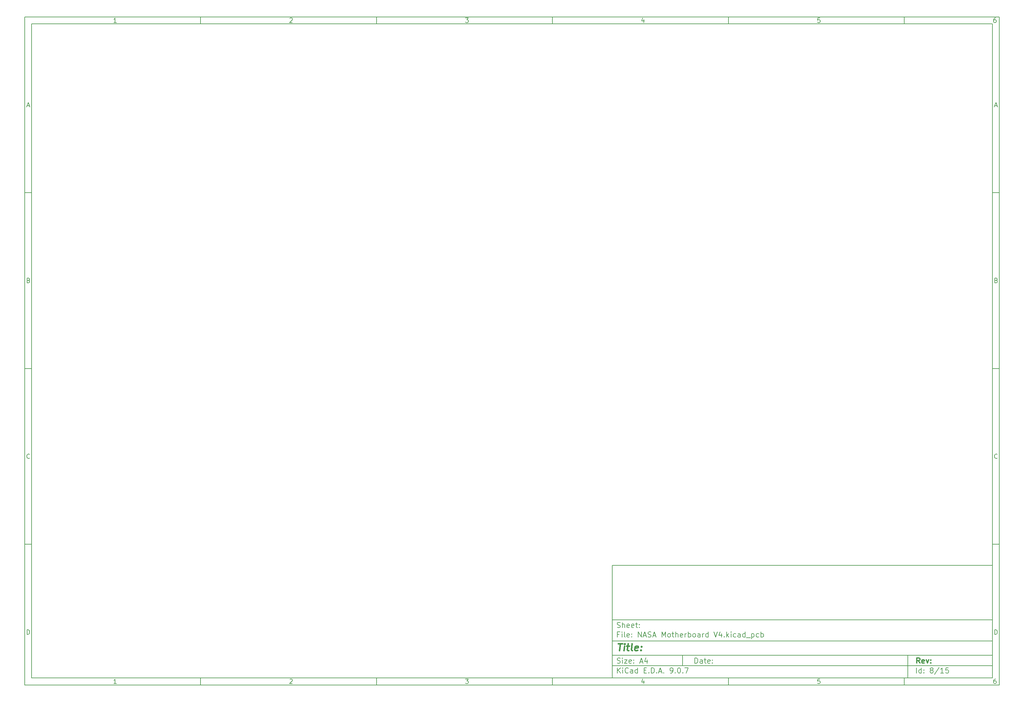
<source format=gbr>
%TF.GenerationSoftware,KiCad,Pcbnew,9.0.7*%
%TF.CreationDate,2026-02-04T11:21:36-05:00*%
%TF.ProjectId,NASA Motherboard V4,4e415341-204d-46f7-9468-6572626f6172,rev?*%
%TF.SameCoordinates,Original*%
%TF.FileFunction,Glue,Bot*%
%TF.FilePolarity,Positive*%
%FSLAX46Y46*%
G04 Gerber Fmt 4.6, Leading zero omitted, Abs format (unit mm)*
G04 Created by KiCad (PCBNEW 9.0.7) date 2026-02-04 11:21:36*
%MOMM*%
%LPD*%
G01*
G04 APERTURE LIST*
%ADD10C,0.100000*%
%ADD11C,0.150000*%
%ADD12C,0.300000*%
%ADD13C,0.400000*%
G04 APERTURE END LIST*
D10*
D11*
X177002200Y-166007200D02*
X285002200Y-166007200D01*
X285002200Y-198007200D01*
X177002200Y-198007200D01*
X177002200Y-166007200D01*
D10*
D11*
X10000000Y-10000000D02*
X287002200Y-10000000D01*
X287002200Y-200007200D01*
X10000000Y-200007200D01*
X10000000Y-10000000D01*
D10*
D11*
X12000000Y-12000000D02*
X285002200Y-12000000D01*
X285002200Y-198007200D01*
X12000000Y-198007200D01*
X12000000Y-12000000D01*
D10*
D11*
X60000000Y-12000000D02*
X60000000Y-10000000D01*
D10*
D11*
X110000000Y-12000000D02*
X110000000Y-10000000D01*
D10*
D11*
X160000000Y-12000000D02*
X160000000Y-10000000D01*
D10*
D11*
X210000000Y-12000000D02*
X210000000Y-10000000D01*
D10*
D11*
X260000000Y-12000000D02*
X260000000Y-10000000D01*
D10*
D11*
X36089160Y-11593604D02*
X35346303Y-11593604D01*
X35717731Y-11593604D02*
X35717731Y-10293604D01*
X35717731Y-10293604D02*
X35593922Y-10479319D01*
X35593922Y-10479319D02*
X35470112Y-10603128D01*
X35470112Y-10603128D02*
X35346303Y-10665033D01*
D10*
D11*
X85346303Y-10417414D02*
X85408207Y-10355509D01*
X85408207Y-10355509D02*
X85532017Y-10293604D01*
X85532017Y-10293604D02*
X85841541Y-10293604D01*
X85841541Y-10293604D02*
X85965350Y-10355509D01*
X85965350Y-10355509D02*
X86027255Y-10417414D01*
X86027255Y-10417414D02*
X86089160Y-10541223D01*
X86089160Y-10541223D02*
X86089160Y-10665033D01*
X86089160Y-10665033D02*
X86027255Y-10850747D01*
X86027255Y-10850747D02*
X85284398Y-11593604D01*
X85284398Y-11593604D02*
X86089160Y-11593604D01*
D10*
D11*
X135284398Y-10293604D02*
X136089160Y-10293604D01*
X136089160Y-10293604D02*
X135655826Y-10788842D01*
X135655826Y-10788842D02*
X135841541Y-10788842D01*
X135841541Y-10788842D02*
X135965350Y-10850747D01*
X135965350Y-10850747D02*
X136027255Y-10912652D01*
X136027255Y-10912652D02*
X136089160Y-11036461D01*
X136089160Y-11036461D02*
X136089160Y-11345985D01*
X136089160Y-11345985D02*
X136027255Y-11469795D01*
X136027255Y-11469795D02*
X135965350Y-11531700D01*
X135965350Y-11531700D02*
X135841541Y-11593604D01*
X135841541Y-11593604D02*
X135470112Y-11593604D01*
X135470112Y-11593604D02*
X135346303Y-11531700D01*
X135346303Y-11531700D02*
X135284398Y-11469795D01*
D10*
D11*
X185965350Y-10726938D02*
X185965350Y-11593604D01*
X185655826Y-10231700D02*
X185346303Y-11160271D01*
X185346303Y-11160271D02*
X186151064Y-11160271D01*
D10*
D11*
X236027255Y-10293604D02*
X235408207Y-10293604D01*
X235408207Y-10293604D02*
X235346303Y-10912652D01*
X235346303Y-10912652D02*
X235408207Y-10850747D01*
X235408207Y-10850747D02*
X235532017Y-10788842D01*
X235532017Y-10788842D02*
X235841541Y-10788842D01*
X235841541Y-10788842D02*
X235965350Y-10850747D01*
X235965350Y-10850747D02*
X236027255Y-10912652D01*
X236027255Y-10912652D02*
X236089160Y-11036461D01*
X236089160Y-11036461D02*
X236089160Y-11345985D01*
X236089160Y-11345985D02*
X236027255Y-11469795D01*
X236027255Y-11469795D02*
X235965350Y-11531700D01*
X235965350Y-11531700D02*
X235841541Y-11593604D01*
X235841541Y-11593604D02*
X235532017Y-11593604D01*
X235532017Y-11593604D02*
X235408207Y-11531700D01*
X235408207Y-11531700D02*
X235346303Y-11469795D01*
D10*
D11*
X285965350Y-10293604D02*
X285717731Y-10293604D01*
X285717731Y-10293604D02*
X285593922Y-10355509D01*
X285593922Y-10355509D02*
X285532017Y-10417414D01*
X285532017Y-10417414D02*
X285408207Y-10603128D01*
X285408207Y-10603128D02*
X285346303Y-10850747D01*
X285346303Y-10850747D02*
X285346303Y-11345985D01*
X285346303Y-11345985D02*
X285408207Y-11469795D01*
X285408207Y-11469795D02*
X285470112Y-11531700D01*
X285470112Y-11531700D02*
X285593922Y-11593604D01*
X285593922Y-11593604D02*
X285841541Y-11593604D01*
X285841541Y-11593604D02*
X285965350Y-11531700D01*
X285965350Y-11531700D02*
X286027255Y-11469795D01*
X286027255Y-11469795D02*
X286089160Y-11345985D01*
X286089160Y-11345985D02*
X286089160Y-11036461D01*
X286089160Y-11036461D02*
X286027255Y-10912652D01*
X286027255Y-10912652D02*
X285965350Y-10850747D01*
X285965350Y-10850747D02*
X285841541Y-10788842D01*
X285841541Y-10788842D02*
X285593922Y-10788842D01*
X285593922Y-10788842D02*
X285470112Y-10850747D01*
X285470112Y-10850747D02*
X285408207Y-10912652D01*
X285408207Y-10912652D02*
X285346303Y-11036461D01*
D10*
D11*
X60000000Y-198007200D02*
X60000000Y-200007200D01*
D10*
D11*
X110000000Y-198007200D02*
X110000000Y-200007200D01*
D10*
D11*
X160000000Y-198007200D02*
X160000000Y-200007200D01*
D10*
D11*
X210000000Y-198007200D02*
X210000000Y-200007200D01*
D10*
D11*
X260000000Y-198007200D02*
X260000000Y-200007200D01*
D10*
D11*
X36089160Y-199600804D02*
X35346303Y-199600804D01*
X35717731Y-199600804D02*
X35717731Y-198300804D01*
X35717731Y-198300804D02*
X35593922Y-198486519D01*
X35593922Y-198486519D02*
X35470112Y-198610328D01*
X35470112Y-198610328D02*
X35346303Y-198672233D01*
D10*
D11*
X85346303Y-198424614D02*
X85408207Y-198362709D01*
X85408207Y-198362709D02*
X85532017Y-198300804D01*
X85532017Y-198300804D02*
X85841541Y-198300804D01*
X85841541Y-198300804D02*
X85965350Y-198362709D01*
X85965350Y-198362709D02*
X86027255Y-198424614D01*
X86027255Y-198424614D02*
X86089160Y-198548423D01*
X86089160Y-198548423D02*
X86089160Y-198672233D01*
X86089160Y-198672233D02*
X86027255Y-198857947D01*
X86027255Y-198857947D02*
X85284398Y-199600804D01*
X85284398Y-199600804D02*
X86089160Y-199600804D01*
D10*
D11*
X135284398Y-198300804D02*
X136089160Y-198300804D01*
X136089160Y-198300804D02*
X135655826Y-198796042D01*
X135655826Y-198796042D02*
X135841541Y-198796042D01*
X135841541Y-198796042D02*
X135965350Y-198857947D01*
X135965350Y-198857947D02*
X136027255Y-198919852D01*
X136027255Y-198919852D02*
X136089160Y-199043661D01*
X136089160Y-199043661D02*
X136089160Y-199353185D01*
X136089160Y-199353185D02*
X136027255Y-199476995D01*
X136027255Y-199476995D02*
X135965350Y-199538900D01*
X135965350Y-199538900D02*
X135841541Y-199600804D01*
X135841541Y-199600804D02*
X135470112Y-199600804D01*
X135470112Y-199600804D02*
X135346303Y-199538900D01*
X135346303Y-199538900D02*
X135284398Y-199476995D01*
D10*
D11*
X185965350Y-198734138D02*
X185965350Y-199600804D01*
X185655826Y-198238900D02*
X185346303Y-199167471D01*
X185346303Y-199167471D02*
X186151064Y-199167471D01*
D10*
D11*
X236027255Y-198300804D02*
X235408207Y-198300804D01*
X235408207Y-198300804D02*
X235346303Y-198919852D01*
X235346303Y-198919852D02*
X235408207Y-198857947D01*
X235408207Y-198857947D02*
X235532017Y-198796042D01*
X235532017Y-198796042D02*
X235841541Y-198796042D01*
X235841541Y-198796042D02*
X235965350Y-198857947D01*
X235965350Y-198857947D02*
X236027255Y-198919852D01*
X236027255Y-198919852D02*
X236089160Y-199043661D01*
X236089160Y-199043661D02*
X236089160Y-199353185D01*
X236089160Y-199353185D02*
X236027255Y-199476995D01*
X236027255Y-199476995D02*
X235965350Y-199538900D01*
X235965350Y-199538900D02*
X235841541Y-199600804D01*
X235841541Y-199600804D02*
X235532017Y-199600804D01*
X235532017Y-199600804D02*
X235408207Y-199538900D01*
X235408207Y-199538900D02*
X235346303Y-199476995D01*
D10*
D11*
X285965350Y-198300804D02*
X285717731Y-198300804D01*
X285717731Y-198300804D02*
X285593922Y-198362709D01*
X285593922Y-198362709D02*
X285532017Y-198424614D01*
X285532017Y-198424614D02*
X285408207Y-198610328D01*
X285408207Y-198610328D02*
X285346303Y-198857947D01*
X285346303Y-198857947D02*
X285346303Y-199353185D01*
X285346303Y-199353185D02*
X285408207Y-199476995D01*
X285408207Y-199476995D02*
X285470112Y-199538900D01*
X285470112Y-199538900D02*
X285593922Y-199600804D01*
X285593922Y-199600804D02*
X285841541Y-199600804D01*
X285841541Y-199600804D02*
X285965350Y-199538900D01*
X285965350Y-199538900D02*
X286027255Y-199476995D01*
X286027255Y-199476995D02*
X286089160Y-199353185D01*
X286089160Y-199353185D02*
X286089160Y-199043661D01*
X286089160Y-199043661D02*
X286027255Y-198919852D01*
X286027255Y-198919852D02*
X285965350Y-198857947D01*
X285965350Y-198857947D02*
X285841541Y-198796042D01*
X285841541Y-198796042D02*
X285593922Y-198796042D01*
X285593922Y-198796042D02*
X285470112Y-198857947D01*
X285470112Y-198857947D02*
X285408207Y-198919852D01*
X285408207Y-198919852D02*
X285346303Y-199043661D01*
D10*
D11*
X10000000Y-60000000D02*
X12000000Y-60000000D01*
D10*
D11*
X10000000Y-110000000D02*
X12000000Y-110000000D01*
D10*
D11*
X10000000Y-160000000D02*
X12000000Y-160000000D01*
D10*
D11*
X10690476Y-35222176D02*
X11309523Y-35222176D01*
X10566666Y-35593604D02*
X10999999Y-34293604D01*
X10999999Y-34293604D02*
X11433333Y-35593604D01*
D10*
D11*
X11092857Y-84912652D02*
X11278571Y-84974557D01*
X11278571Y-84974557D02*
X11340476Y-85036461D01*
X11340476Y-85036461D02*
X11402380Y-85160271D01*
X11402380Y-85160271D02*
X11402380Y-85345985D01*
X11402380Y-85345985D02*
X11340476Y-85469795D01*
X11340476Y-85469795D02*
X11278571Y-85531700D01*
X11278571Y-85531700D02*
X11154761Y-85593604D01*
X11154761Y-85593604D02*
X10659523Y-85593604D01*
X10659523Y-85593604D02*
X10659523Y-84293604D01*
X10659523Y-84293604D02*
X11092857Y-84293604D01*
X11092857Y-84293604D02*
X11216666Y-84355509D01*
X11216666Y-84355509D02*
X11278571Y-84417414D01*
X11278571Y-84417414D02*
X11340476Y-84541223D01*
X11340476Y-84541223D02*
X11340476Y-84665033D01*
X11340476Y-84665033D02*
X11278571Y-84788842D01*
X11278571Y-84788842D02*
X11216666Y-84850747D01*
X11216666Y-84850747D02*
X11092857Y-84912652D01*
X11092857Y-84912652D02*
X10659523Y-84912652D01*
D10*
D11*
X11402380Y-135469795D02*
X11340476Y-135531700D01*
X11340476Y-135531700D02*
X11154761Y-135593604D01*
X11154761Y-135593604D02*
X11030952Y-135593604D01*
X11030952Y-135593604D02*
X10845238Y-135531700D01*
X10845238Y-135531700D02*
X10721428Y-135407890D01*
X10721428Y-135407890D02*
X10659523Y-135284080D01*
X10659523Y-135284080D02*
X10597619Y-135036461D01*
X10597619Y-135036461D02*
X10597619Y-134850747D01*
X10597619Y-134850747D02*
X10659523Y-134603128D01*
X10659523Y-134603128D02*
X10721428Y-134479319D01*
X10721428Y-134479319D02*
X10845238Y-134355509D01*
X10845238Y-134355509D02*
X11030952Y-134293604D01*
X11030952Y-134293604D02*
X11154761Y-134293604D01*
X11154761Y-134293604D02*
X11340476Y-134355509D01*
X11340476Y-134355509D02*
X11402380Y-134417414D01*
D10*
D11*
X10659523Y-185593604D02*
X10659523Y-184293604D01*
X10659523Y-184293604D02*
X10969047Y-184293604D01*
X10969047Y-184293604D02*
X11154761Y-184355509D01*
X11154761Y-184355509D02*
X11278571Y-184479319D01*
X11278571Y-184479319D02*
X11340476Y-184603128D01*
X11340476Y-184603128D02*
X11402380Y-184850747D01*
X11402380Y-184850747D02*
X11402380Y-185036461D01*
X11402380Y-185036461D02*
X11340476Y-185284080D01*
X11340476Y-185284080D02*
X11278571Y-185407890D01*
X11278571Y-185407890D02*
X11154761Y-185531700D01*
X11154761Y-185531700D02*
X10969047Y-185593604D01*
X10969047Y-185593604D02*
X10659523Y-185593604D01*
D10*
D11*
X287002200Y-60000000D02*
X285002200Y-60000000D01*
D10*
D11*
X287002200Y-110000000D02*
X285002200Y-110000000D01*
D10*
D11*
X287002200Y-160000000D02*
X285002200Y-160000000D01*
D10*
D11*
X285692676Y-35222176D02*
X286311723Y-35222176D01*
X285568866Y-35593604D02*
X286002199Y-34293604D01*
X286002199Y-34293604D02*
X286435533Y-35593604D01*
D10*
D11*
X286095057Y-84912652D02*
X286280771Y-84974557D01*
X286280771Y-84974557D02*
X286342676Y-85036461D01*
X286342676Y-85036461D02*
X286404580Y-85160271D01*
X286404580Y-85160271D02*
X286404580Y-85345985D01*
X286404580Y-85345985D02*
X286342676Y-85469795D01*
X286342676Y-85469795D02*
X286280771Y-85531700D01*
X286280771Y-85531700D02*
X286156961Y-85593604D01*
X286156961Y-85593604D02*
X285661723Y-85593604D01*
X285661723Y-85593604D02*
X285661723Y-84293604D01*
X285661723Y-84293604D02*
X286095057Y-84293604D01*
X286095057Y-84293604D02*
X286218866Y-84355509D01*
X286218866Y-84355509D02*
X286280771Y-84417414D01*
X286280771Y-84417414D02*
X286342676Y-84541223D01*
X286342676Y-84541223D02*
X286342676Y-84665033D01*
X286342676Y-84665033D02*
X286280771Y-84788842D01*
X286280771Y-84788842D02*
X286218866Y-84850747D01*
X286218866Y-84850747D02*
X286095057Y-84912652D01*
X286095057Y-84912652D02*
X285661723Y-84912652D01*
D10*
D11*
X286404580Y-135469795D02*
X286342676Y-135531700D01*
X286342676Y-135531700D02*
X286156961Y-135593604D01*
X286156961Y-135593604D02*
X286033152Y-135593604D01*
X286033152Y-135593604D02*
X285847438Y-135531700D01*
X285847438Y-135531700D02*
X285723628Y-135407890D01*
X285723628Y-135407890D02*
X285661723Y-135284080D01*
X285661723Y-135284080D02*
X285599819Y-135036461D01*
X285599819Y-135036461D02*
X285599819Y-134850747D01*
X285599819Y-134850747D02*
X285661723Y-134603128D01*
X285661723Y-134603128D02*
X285723628Y-134479319D01*
X285723628Y-134479319D02*
X285847438Y-134355509D01*
X285847438Y-134355509D02*
X286033152Y-134293604D01*
X286033152Y-134293604D02*
X286156961Y-134293604D01*
X286156961Y-134293604D02*
X286342676Y-134355509D01*
X286342676Y-134355509D02*
X286404580Y-134417414D01*
D10*
D11*
X285661723Y-185593604D02*
X285661723Y-184293604D01*
X285661723Y-184293604D02*
X285971247Y-184293604D01*
X285971247Y-184293604D02*
X286156961Y-184355509D01*
X286156961Y-184355509D02*
X286280771Y-184479319D01*
X286280771Y-184479319D02*
X286342676Y-184603128D01*
X286342676Y-184603128D02*
X286404580Y-184850747D01*
X286404580Y-184850747D02*
X286404580Y-185036461D01*
X286404580Y-185036461D02*
X286342676Y-185284080D01*
X286342676Y-185284080D02*
X286280771Y-185407890D01*
X286280771Y-185407890D02*
X286156961Y-185531700D01*
X286156961Y-185531700D02*
X285971247Y-185593604D01*
X285971247Y-185593604D02*
X285661723Y-185593604D01*
D10*
D11*
X200458026Y-193793328D02*
X200458026Y-192293328D01*
X200458026Y-192293328D02*
X200815169Y-192293328D01*
X200815169Y-192293328D02*
X201029455Y-192364757D01*
X201029455Y-192364757D02*
X201172312Y-192507614D01*
X201172312Y-192507614D02*
X201243741Y-192650471D01*
X201243741Y-192650471D02*
X201315169Y-192936185D01*
X201315169Y-192936185D02*
X201315169Y-193150471D01*
X201315169Y-193150471D02*
X201243741Y-193436185D01*
X201243741Y-193436185D02*
X201172312Y-193579042D01*
X201172312Y-193579042D02*
X201029455Y-193721900D01*
X201029455Y-193721900D02*
X200815169Y-193793328D01*
X200815169Y-193793328D02*
X200458026Y-193793328D01*
X202600884Y-193793328D02*
X202600884Y-193007614D01*
X202600884Y-193007614D02*
X202529455Y-192864757D01*
X202529455Y-192864757D02*
X202386598Y-192793328D01*
X202386598Y-192793328D02*
X202100884Y-192793328D01*
X202100884Y-192793328D02*
X201958026Y-192864757D01*
X202600884Y-193721900D02*
X202458026Y-193793328D01*
X202458026Y-193793328D02*
X202100884Y-193793328D01*
X202100884Y-193793328D02*
X201958026Y-193721900D01*
X201958026Y-193721900D02*
X201886598Y-193579042D01*
X201886598Y-193579042D02*
X201886598Y-193436185D01*
X201886598Y-193436185D02*
X201958026Y-193293328D01*
X201958026Y-193293328D02*
X202100884Y-193221900D01*
X202100884Y-193221900D02*
X202458026Y-193221900D01*
X202458026Y-193221900D02*
X202600884Y-193150471D01*
X203100884Y-192793328D02*
X203672312Y-192793328D01*
X203315169Y-192293328D02*
X203315169Y-193579042D01*
X203315169Y-193579042D02*
X203386598Y-193721900D01*
X203386598Y-193721900D02*
X203529455Y-193793328D01*
X203529455Y-193793328D02*
X203672312Y-193793328D01*
X204743741Y-193721900D02*
X204600884Y-193793328D01*
X204600884Y-193793328D02*
X204315170Y-193793328D01*
X204315170Y-193793328D02*
X204172312Y-193721900D01*
X204172312Y-193721900D02*
X204100884Y-193579042D01*
X204100884Y-193579042D02*
X204100884Y-193007614D01*
X204100884Y-193007614D02*
X204172312Y-192864757D01*
X204172312Y-192864757D02*
X204315170Y-192793328D01*
X204315170Y-192793328D02*
X204600884Y-192793328D01*
X204600884Y-192793328D02*
X204743741Y-192864757D01*
X204743741Y-192864757D02*
X204815170Y-193007614D01*
X204815170Y-193007614D02*
X204815170Y-193150471D01*
X204815170Y-193150471D02*
X204100884Y-193293328D01*
X205458026Y-193650471D02*
X205529455Y-193721900D01*
X205529455Y-193721900D02*
X205458026Y-193793328D01*
X205458026Y-193793328D02*
X205386598Y-193721900D01*
X205386598Y-193721900D02*
X205458026Y-193650471D01*
X205458026Y-193650471D02*
X205458026Y-193793328D01*
X205458026Y-192864757D02*
X205529455Y-192936185D01*
X205529455Y-192936185D02*
X205458026Y-193007614D01*
X205458026Y-193007614D02*
X205386598Y-192936185D01*
X205386598Y-192936185D02*
X205458026Y-192864757D01*
X205458026Y-192864757D02*
X205458026Y-193007614D01*
D10*
D11*
X177002200Y-194507200D02*
X285002200Y-194507200D01*
D10*
D11*
X178458026Y-196593328D02*
X178458026Y-195093328D01*
X179315169Y-196593328D02*
X178672312Y-195736185D01*
X179315169Y-195093328D02*
X178458026Y-195950471D01*
X179958026Y-196593328D02*
X179958026Y-195593328D01*
X179958026Y-195093328D02*
X179886598Y-195164757D01*
X179886598Y-195164757D02*
X179958026Y-195236185D01*
X179958026Y-195236185D02*
X180029455Y-195164757D01*
X180029455Y-195164757D02*
X179958026Y-195093328D01*
X179958026Y-195093328D02*
X179958026Y-195236185D01*
X181529455Y-196450471D02*
X181458027Y-196521900D01*
X181458027Y-196521900D02*
X181243741Y-196593328D01*
X181243741Y-196593328D02*
X181100884Y-196593328D01*
X181100884Y-196593328D02*
X180886598Y-196521900D01*
X180886598Y-196521900D02*
X180743741Y-196379042D01*
X180743741Y-196379042D02*
X180672312Y-196236185D01*
X180672312Y-196236185D02*
X180600884Y-195950471D01*
X180600884Y-195950471D02*
X180600884Y-195736185D01*
X180600884Y-195736185D02*
X180672312Y-195450471D01*
X180672312Y-195450471D02*
X180743741Y-195307614D01*
X180743741Y-195307614D02*
X180886598Y-195164757D01*
X180886598Y-195164757D02*
X181100884Y-195093328D01*
X181100884Y-195093328D02*
X181243741Y-195093328D01*
X181243741Y-195093328D02*
X181458027Y-195164757D01*
X181458027Y-195164757D02*
X181529455Y-195236185D01*
X182815170Y-196593328D02*
X182815170Y-195807614D01*
X182815170Y-195807614D02*
X182743741Y-195664757D01*
X182743741Y-195664757D02*
X182600884Y-195593328D01*
X182600884Y-195593328D02*
X182315170Y-195593328D01*
X182315170Y-195593328D02*
X182172312Y-195664757D01*
X182815170Y-196521900D02*
X182672312Y-196593328D01*
X182672312Y-196593328D02*
X182315170Y-196593328D01*
X182315170Y-196593328D02*
X182172312Y-196521900D01*
X182172312Y-196521900D02*
X182100884Y-196379042D01*
X182100884Y-196379042D02*
X182100884Y-196236185D01*
X182100884Y-196236185D02*
X182172312Y-196093328D01*
X182172312Y-196093328D02*
X182315170Y-196021900D01*
X182315170Y-196021900D02*
X182672312Y-196021900D01*
X182672312Y-196021900D02*
X182815170Y-195950471D01*
X184172313Y-196593328D02*
X184172313Y-195093328D01*
X184172313Y-196521900D02*
X184029455Y-196593328D01*
X184029455Y-196593328D02*
X183743741Y-196593328D01*
X183743741Y-196593328D02*
X183600884Y-196521900D01*
X183600884Y-196521900D02*
X183529455Y-196450471D01*
X183529455Y-196450471D02*
X183458027Y-196307614D01*
X183458027Y-196307614D02*
X183458027Y-195879042D01*
X183458027Y-195879042D02*
X183529455Y-195736185D01*
X183529455Y-195736185D02*
X183600884Y-195664757D01*
X183600884Y-195664757D02*
X183743741Y-195593328D01*
X183743741Y-195593328D02*
X184029455Y-195593328D01*
X184029455Y-195593328D02*
X184172313Y-195664757D01*
X186029455Y-195807614D02*
X186529455Y-195807614D01*
X186743741Y-196593328D02*
X186029455Y-196593328D01*
X186029455Y-196593328D02*
X186029455Y-195093328D01*
X186029455Y-195093328D02*
X186743741Y-195093328D01*
X187386598Y-196450471D02*
X187458027Y-196521900D01*
X187458027Y-196521900D02*
X187386598Y-196593328D01*
X187386598Y-196593328D02*
X187315170Y-196521900D01*
X187315170Y-196521900D02*
X187386598Y-196450471D01*
X187386598Y-196450471D02*
X187386598Y-196593328D01*
X188100884Y-196593328D02*
X188100884Y-195093328D01*
X188100884Y-195093328D02*
X188458027Y-195093328D01*
X188458027Y-195093328D02*
X188672313Y-195164757D01*
X188672313Y-195164757D02*
X188815170Y-195307614D01*
X188815170Y-195307614D02*
X188886599Y-195450471D01*
X188886599Y-195450471D02*
X188958027Y-195736185D01*
X188958027Y-195736185D02*
X188958027Y-195950471D01*
X188958027Y-195950471D02*
X188886599Y-196236185D01*
X188886599Y-196236185D02*
X188815170Y-196379042D01*
X188815170Y-196379042D02*
X188672313Y-196521900D01*
X188672313Y-196521900D02*
X188458027Y-196593328D01*
X188458027Y-196593328D02*
X188100884Y-196593328D01*
X189600884Y-196450471D02*
X189672313Y-196521900D01*
X189672313Y-196521900D02*
X189600884Y-196593328D01*
X189600884Y-196593328D02*
X189529456Y-196521900D01*
X189529456Y-196521900D02*
X189600884Y-196450471D01*
X189600884Y-196450471D02*
X189600884Y-196593328D01*
X190243742Y-196164757D02*
X190958028Y-196164757D01*
X190100885Y-196593328D02*
X190600885Y-195093328D01*
X190600885Y-195093328D02*
X191100885Y-196593328D01*
X191600884Y-196450471D02*
X191672313Y-196521900D01*
X191672313Y-196521900D02*
X191600884Y-196593328D01*
X191600884Y-196593328D02*
X191529456Y-196521900D01*
X191529456Y-196521900D02*
X191600884Y-196450471D01*
X191600884Y-196450471D02*
X191600884Y-196593328D01*
X193529456Y-196593328D02*
X193815170Y-196593328D01*
X193815170Y-196593328D02*
X193958027Y-196521900D01*
X193958027Y-196521900D02*
X194029456Y-196450471D01*
X194029456Y-196450471D02*
X194172313Y-196236185D01*
X194172313Y-196236185D02*
X194243742Y-195950471D01*
X194243742Y-195950471D02*
X194243742Y-195379042D01*
X194243742Y-195379042D02*
X194172313Y-195236185D01*
X194172313Y-195236185D02*
X194100885Y-195164757D01*
X194100885Y-195164757D02*
X193958027Y-195093328D01*
X193958027Y-195093328D02*
X193672313Y-195093328D01*
X193672313Y-195093328D02*
X193529456Y-195164757D01*
X193529456Y-195164757D02*
X193458027Y-195236185D01*
X193458027Y-195236185D02*
X193386599Y-195379042D01*
X193386599Y-195379042D02*
X193386599Y-195736185D01*
X193386599Y-195736185D02*
X193458027Y-195879042D01*
X193458027Y-195879042D02*
X193529456Y-195950471D01*
X193529456Y-195950471D02*
X193672313Y-196021900D01*
X193672313Y-196021900D02*
X193958027Y-196021900D01*
X193958027Y-196021900D02*
X194100885Y-195950471D01*
X194100885Y-195950471D02*
X194172313Y-195879042D01*
X194172313Y-195879042D02*
X194243742Y-195736185D01*
X194886598Y-196450471D02*
X194958027Y-196521900D01*
X194958027Y-196521900D02*
X194886598Y-196593328D01*
X194886598Y-196593328D02*
X194815170Y-196521900D01*
X194815170Y-196521900D02*
X194886598Y-196450471D01*
X194886598Y-196450471D02*
X194886598Y-196593328D01*
X195886599Y-195093328D02*
X196029456Y-195093328D01*
X196029456Y-195093328D02*
X196172313Y-195164757D01*
X196172313Y-195164757D02*
X196243742Y-195236185D01*
X196243742Y-195236185D02*
X196315170Y-195379042D01*
X196315170Y-195379042D02*
X196386599Y-195664757D01*
X196386599Y-195664757D02*
X196386599Y-196021900D01*
X196386599Y-196021900D02*
X196315170Y-196307614D01*
X196315170Y-196307614D02*
X196243742Y-196450471D01*
X196243742Y-196450471D02*
X196172313Y-196521900D01*
X196172313Y-196521900D02*
X196029456Y-196593328D01*
X196029456Y-196593328D02*
X195886599Y-196593328D01*
X195886599Y-196593328D02*
X195743742Y-196521900D01*
X195743742Y-196521900D02*
X195672313Y-196450471D01*
X195672313Y-196450471D02*
X195600884Y-196307614D01*
X195600884Y-196307614D02*
X195529456Y-196021900D01*
X195529456Y-196021900D02*
X195529456Y-195664757D01*
X195529456Y-195664757D02*
X195600884Y-195379042D01*
X195600884Y-195379042D02*
X195672313Y-195236185D01*
X195672313Y-195236185D02*
X195743742Y-195164757D01*
X195743742Y-195164757D02*
X195886599Y-195093328D01*
X197029455Y-196450471D02*
X197100884Y-196521900D01*
X197100884Y-196521900D02*
X197029455Y-196593328D01*
X197029455Y-196593328D02*
X196958027Y-196521900D01*
X196958027Y-196521900D02*
X197029455Y-196450471D01*
X197029455Y-196450471D02*
X197029455Y-196593328D01*
X197600884Y-195093328D02*
X198600884Y-195093328D01*
X198600884Y-195093328D02*
X197958027Y-196593328D01*
D10*
D11*
X177002200Y-191507200D02*
X285002200Y-191507200D01*
D10*
D12*
X264413853Y-193785528D02*
X263913853Y-193071242D01*
X263556710Y-193785528D02*
X263556710Y-192285528D01*
X263556710Y-192285528D02*
X264128139Y-192285528D01*
X264128139Y-192285528D02*
X264270996Y-192356957D01*
X264270996Y-192356957D02*
X264342425Y-192428385D01*
X264342425Y-192428385D02*
X264413853Y-192571242D01*
X264413853Y-192571242D02*
X264413853Y-192785528D01*
X264413853Y-192785528D02*
X264342425Y-192928385D01*
X264342425Y-192928385D02*
X264270996Y-192999814D01*
X264270996Y-192999814D02*
X264128139Y-193071242D01*
X264128139Y-193071242D02*
X263556710Y-193071242D01*
X265628139Y-193714100D02*
X265485282Y-193785528D01*
X265485282Y-193785528D02*
X265199568Y-193785528D01*
X265199568Y-193785528D02*
X265056710Y-193714100D01*
X265056710Y-193714100D02*
X264985282Y-193571242D01*
X264985282Y-193571242D02*
X264985282Y-192999814D01*
X264985282Y-192999814D02*
X265056710Y-192856957D01*
X265056710Y-192856957D02*
X265199568Y-192785528D01*
X265199568Y-192785528D02*
X265485282Y-192785528D01*
X265485282Y-192785528D02*
X265628139Y-192856957D01*
X265628139Y-192856957D02*
X265699568Y-192999814D01*
X265699568Y-192999814D02*
X265699568Y-193142671D01*
X265699568Y-193142671D02*
X264985282Y-193285528D01*
X266199567Y-192785528D02*
X266556710Y-193785528D01*
X266556710Y-193785528D02*
X266913853Y-192785528D01*
X267485281Y-193642671D02*
X267556710Y-193714100D01*
X267556710Y-193714100D02*
X267485281Y-193785528D01*
X267485281Y-193785528D02*
X267413853Y-193714100D01*
X267413853Y-193714100D02*
X267485281Y-193642671D01*
X267485281Y-193642671D02*
X267485281Y-193785528D01*
X267485281Y-192856957D02*
X267556710Y-192928385D01*
X267556710Y-192928385D02*
X267485281Y-192999814D01*
X267485281Y-192999814D02*
X267413853Y-192928385D01*
X267413853Y-192928385D02*
X267485281Y-192856957D01*
X267485281Y-192856957D02*
X267485281Y-192999814D01*
D10*
D11*
X178386598Y-193721900D02*
X178600884Y-193793328D01*
X178600884Y-193793328D02*
X178958026Y-193793328D01*
X178958026Y-193793328D02*
X179100884Y-193721900D01*
X179100884Y-193721900D02*
X179172312Y-193650471D01*
X179172312Y-193650471D02*
X179243741Y-193507614D01*
X179243741Y-193507614D02*
X179243741Y-193364757D01*
X179243741Y-193364757D02*
X179172312Y-193221900D01*
X179172312Y-193221900D02*
X179100884Y-193150471D01*
X179100884Y-193150471D02*
X178958026Y-193079042D01*
X178958026Y-193079042D02*
X178672312Y-193007614D01*
X178672312Y-193007614D02*
X178529455Y-192936185D01*
X178529455Y-192936185D02*
X178458026Y-192864757D01*
X178458026Y-192864757D02*
X178386598Y-192721900D01*
X178386598Y-192721900D02*
X178386598Y-192579042D01*
X178386598Y-192579042D02*
X178458026Y-192436185D01*
X178458026Y-192436185D02*
X178529455Y-192364757D01*
X178529455Y-192364757D02*
X178672312Y-192293328D01*
X178672312Y-192293328D02*
X179029455Y-192293328D01*
X179029455Y-192293328D02*
X179243741Y-192364757D01*
X179886597Y-193793328D02*
X179886597Y-192793328D01*
X179886597Y-192293328D02*
X179815169Y-192364757D01*
X179815169Y-192364757D02*
X179886597Y-192436185D01*
X179886597Y-192436185D02*
X179958026Y-192364757D01*
X179958026Y-192364757D02*
X179886597Y-192293328D01*
X179886597Y-192293328D02*
X179886597Y-192436185D01*
X180458026Y-192793328D02*
X181243741Y-192793328D01*
X181243741Y-192793328D02*
X180458026Y-193793328D01*
X180458026Y-193793328D02*
X181243741Y-193793328D01*
X182386598Y-193721900D02*
X182243741Y-193793328D01*
X182243741Y-193793328D02*
X181958027Y-193793328D01*
X181958027Y-193793328D02*
X181815169Y-193721900D01*
X181815169Y-193721900D02*
X181743741Y-193579042D01*
X181743741Y-193579042D02*
X181743741Y-193007614D01*
X181743741Y-193007614D02*
X181815169Y-192864757D01*
X181815169Y-192864757D02*
X181958027Y-192793328D01*
X181958027Y-192793328D02*
X182243741Y-192793328D01*
X182243741Y-192793328D02*
X182386598Y-192864757D01*
X182386598Y-192864757D02*
X182458027Y-193007614D01*
X182458027Y-193007614D02*
X182458027Y-193150471D01*
X182458027Y-193150471D02*
X181743741Y-193293328D01*
X183100883Y-193650471D02*
X183172312Y-193721900D01*
X183172312Y-193721900D02*
X183100883Y-193793328D01*
X183100883Y-193793328D02*
X183029455Y-193721900D01*
X183029455Y-193721900D02*
X183100883Y-193650471D01*
X183100883Y-193650471D02*
X183100883Y-193793328D01*
X183100883Y-192864757D02*
X183172312Y-192936185D01*
X183172312Y-192936185D02*
X183100883Y-193007614D01*
X183100883Y-193007614D02*
X183029455Y-192936185D01*
X183029455Y-192936185D02*
X183100883Y-192864757D01*
X183100883Y-192864757D02*
X183100883Y-193007614D01*
X184886598Y-193364757D02*
X185600884Y-193364757D01*
X184743741Y-193793328D02*
X185243741Y-192293328D01*
X185243741Y-192293328D02*
X185743741Y-193793328D01*
X186886598Y-192793328D02*
X186886598Y-193793328D01*
X186529455Y-192221900D02*
X186172312Y-193293328D01*
X186172312Y-193293328D02*
X187100883Y-193293328D01*
D10*
D11*
X263458026Y-196593328D02*
X263458026Y-195093328D01*
X264815170Y-196593328D02*
X264815170Y-195093328D01*
X264815170Y-196521900D02*
X264672312Y-196593328D01*
X264672312Y-196593328D02*
X264386598Y-196593328D01*
X264386598Y-196593328D02*
X264243741Y-196521900D01*
X264243741Y-196521900D02*
X264172312Y-196450471D01*
X264172312Y-196450471D02*
X264100884Y-196307614D01*
X264100884Y-196307614D02*
X264100884Y-195879042D01*
X264100884Y-195879042D02*
X264172312Y-195736185D01*
X264172312Y-195736185D02*
X264243741Y-195664757D01*
X264243741Y-195664757D02*
X264386598Y-195593328D01*
X264386598Y-195593328D02*
X264672312Y-195593328D01*
X264672312Y-195593328D02*
X264815170Y-195664757D01*
X265529455Y-196450471D02*
X265600884Y-196521900D01*
X265600884Y-196521900D02*
X265529455Y-196593328D01*
X265529455Y-196593328D02*
X265458027Y-196521900D01*
X265458027Y-196521900D02*
X265529455Y-196450471D01*
X265529455Y-196450471D02*
X265529455Y-196593328D01*
X265529455Y-195664757D02*
X265600884Y-195736185D01*
X265600884Y-195736185D02*
X265529455Y-195807614D01*
X265529455Y-195807614D02*
X265458027Y-195736185D01*
X265458027Y-195736185D02*
X265529455Y-195664757D01*
X265529455Y-195664757D02*
X265529455Y-195807614D01*
X267600884Y-195736185D02*
X267458027Y-195664757D01*
X267458027Y-195664757D02*
X267386598Y-195593328D01*
X267386598Y-195593328D02*
X267315170Y-195450471D01*
X267315170Y-195450471D02*
X267315170Y-195379042D01*
X267315170Y-195379042D02*
X267386598Y-195236185D01*
X267386598Y-195236185D02*
X267458027Y-195164757D01*
X267458027Y-195164757D02*
X267600884Y-195093328D01*
X267600884Y-195093328D02*
X267886598Y-195093328D01*
X267886598Y-195093328D02*
X268029456Y-195164757D01*
X268029456Y-195164757D02*
X268100884Y-195236185D01*
X268100884Y-195236185D02*
X268172313Y-195379042D01*
X268172313Y-195379042D02*
X268172313Y-195450471D01*
X268172313Y-195450471D02*
X268100884Y-195593328D01*
X268100884Y-195593328D02*
X268029456Y-195664757D01*
X268029456Y-195664757D02*
X267886598Y-195736185D01*
X267886598Y-195736185D02*
X267600884Y-195736185D01*
X267600884Y-195736185D02*
X267458027Y-195807614D01*
X267458027Y-195807614D02*
X267386598Y-195879042D01*
X267386598Y-195879042D02*
X267315170Y-196021900D01*
X267315170Y-196021900D02*
X267315170Y-196307614D01*
X267315170Y-196307614D02*
X267386598Y-196450471D01*
X267386598Y-196450471D02*
X267458027Y-196521900D01*
X267458027Y-196521900D02*
X267600884Y-196593328D01*
X267600884Y-196593328D02*
X267886598Y-196593328D01*
X267886598Y-196593328D02*
X268029456Y-196521900D01*
X268029456Y-196521900D02*
X268100884Y-196450471D01*
X268100884Y-196450471D02*
X268172313Y-196307614D01*
X268172313Y-196307614D02*
X268172313Y-196021900D01*
X268172313Y-196021900D02*
X268100884Y-195879042D01*
X268100884Y-195879042D02*
X268029456Y-195807614D01*
X268029456Y-195807614D02*
X267886598Y-195736185D01*
X269886598Y-195021900D02*
X268600884Y-196950471D01*
X271172313Y-196593328D02*
X270315170Y-196593328D01*
X270743741Y-196593328D02*
X270743741Y-195093328D01*
X270743741Y-195093328D02*
X270600884Y-195307614D01*
X270600884Y-195307614D02*
X270458027Y-195450471D01*
X270458027Y-195450471D02*
X270315170Y-195521900D01*
X272529455Y-195093328D02*
X271815169Y-195093328D01*
X271815169Y-195093328D02*
X271743741Y-195807614D01*
X271743741Y-195807614D02*
X271815169Y-195736185D01*
X271815169Y-195736185D02*
X271958027Y-195664757D01*
X271958027Y-195664757D02*
X272315169Y-195664757D01*
X272315169Y-195664757D02*
X272458027Y-195736185D01*
X272458027Y-195736185D02*
X272529455Y-195807614D01*
X272529455Y-195807614D02*
X272600884Y-195950471D01*
X272600884Y-195950471D02*
X272600884Y-196307614D01*
X272600884Y-196307614D02*
X272529455Y-196450471D01*
X272529455Y-196450471D02*
X272458027Y-196521900D01*
X272458027Y-196521900D02*
X272315169Y-196593328D01*
X272315169Y-196593328D02*
X271958027Y-196593328D01*
X271958027Y-196593328D02*
X271815169Y-196521900D01*
X271815169Y-196521900D02*
X271743741Y-196450471D01*
D10*
D11*
X177002200Y-187507200D02*
X285002200Y-187507200D01*
D10*
D13*
X178693928Y-188211638D02*
X179836785Y-188211638D01*
X179015357Y-190211638D02*
X179265357Y-188211638D01*
X180253452Y-190211638D02*
X180420119Y-188878304D01*
X180503452Y-188211638D02*
X180396309Y-188306876D01*
X180396309Y-188306876D02*
X180479643Y-188402114D01*
X180479643Y-188402114D02*
X180586786Y-188306876D01*
X180586786Y-188306876D02*
X180503452Y-188211638D01*
X180503452Y-188211638D02*
X180479643Y-188402114D01*
X181086786Y-188878304D02*
X181848690Y-188878304D01*
X181455833Y-188211638D02*
X181241548Y-189925923D01*
X181241548Y-189925923D02*
X181312976Y-190116400D01*
X181312976Y-190116400D02*
X181491548Y-190211638D01*
X181491548Y-190211638D02*
X181682024Y-190211638D01*
X182634405Y-190211638D02*
X182455833Y-190116400D01*
X182455833Y-190116400D02*
X182384405Y-189925923D01*
X182384405Y-189925923D02*
X182598690Y-188211638D01*
X184170119Y-190116400D02*
X183967738Y-190211638D01*
X183967738Y-190211638D02*
X183586785Y-190211638D01*
X183586785Y-190211638D02*
X183408214Y-190116400D01*
X183408214Y-190116400D02*
X183336785Y-189925923D01*
X183336785Y-189925923D02*
X183432024Y-189164019D01*
X183432024Y-189164019D02*
X183551071Y-188973542D01*
X183551071Y-188973542D02*
X183753452Y-188878304D01*
X183753452Y-188878304D02*
X184134404Y-188878304D01*
X184134404Y-188878304D02*
X184312976Y-188973542D01*
X184312976Y-188973542D02*
X184384404Y-189164019D01*
X184384404Y-189164019D02*
X184360595Y-189354495D01*
X184360595Y-189354495D02*
X183384404Y-189544971D01*
X185134405Y-190021161D02*
X185217738Y-190116400D01*
X185217738Y-190116400D02*
X185110595Y-190211638D01*
X185110595Y-190211638D02*
X185027262Y-190116400D01*
X185027262Y-190116400D02*
X185134405Y-190021161D01*
X185134405Y-190021161D02*
X185110595Y-190211638D01*
X185265357Y-188973542D02*
X185348690Y-189068780D01*
X185348690Y-189068780D02*
X185241548Y-189164019D01*
X185241548Y-189164019D02*
X185158214Y-189068780D01*
X185158214Y-189068780D02*
X185265357Y-188973542D01*
X185265357Y-188973542D02*
X185241548Y-189164019D01*
D10*
D11*
X178958026Y-185607614D02*
X178458026Y-185607614D01*
X178458026Y-186393328D02*
X178458026Y-184893328D01*
X178458026Y-184893328D02*
X179172312Y-184893328D01*
X179743740Y-186393328D02*
X179743740Y-185393328D01*
X179743740Y-184893328D02*
X179672312Y-184964757D01*
X179672312Y-184964757D02*
X179743740Y-185036185D01*
X179743740Y-185036185D02*
X179815169Y-184964757D01*
X179815169Y-184964757D02*
X179743740Y-184893328D01*
X179743740Y-184893328D02*
X179743740Y-185036185D01*
X180672312Y-186393328D02*
X180529455Y-186321900D01*
X180529455Y-186321900D02*
X180458026Y-186179042D01*
X180458026Y-186179042D02*
X180458026Y-184893328D01*
X181815169Y-186321900D02*
X181672312Y-186393328D01*
X181672312Y-186393328D02*
X181386598Y-186393328D01*
X181386598Y-186393328D02*
X181243740Y-186321900D01*
X181243740Y-186321900D02*
X181172312Y-186179042D01*
X181172312Y-186179042D02*
X181172312Y-185607614D01*
X181172312Y-185607614D02*
X181243740Y-185464757D01*
X181243740Y-185464757D02*
X181386598Y-185393328D01*
X181386598Y-185393328D02*
X181672312Y-185393328D01*
X181672312Y-185393328D02*
X181815169Y-185464757D01*
X181815169Y-185464757D02*
X181886598Y-185607614D01*
X181886598Y-185607614D02*
X181886598Y-185750471D01*
X181886598Y-185750471D02*
X181172312Y-185893328D01*
X182529454Y-186250471D02*
X182600883Y-186321900D01*
X182600883Y-186321900D02*
X182529454Y-186393328D01*
X182529454Y-186393328D02*
X182458026Y-186321900D01*
X182458026Y-186321900D02*
X182529454Y-186250471D01*
X182529454Y-186250471D02*
X182529454Y-186393328D01*
X182529454Y-185464757D02*
X182600883Y-185536185D01*
X182600883Y-185536185D02*
X182529454Y-185607614D01*
X182529454Y-185607614D02*
X182458026Y-185536185D01*
X182458026Y-185536185D02*
X182529454Y-185464757D01*
X182529454Y-185464757D02*
X182529454Y-185607614D01*
X184386597Y-186393328D02*
X184386597Y-184893328D01*
X184386597Y-184893328D02*
X185243740Y-186393328D01*
X185243740Y-186393328D02*
X185243740Y-184893328D01*
X185886598Y-185964757D02*
X186600884Y-185964757D01*
X185743741Y-186393328D02*
X186243741Y-184893328D01*
X186243741Y-184893328D02*
X186743741Y-186393328D01*
X187172312Y-186321900D02*
X187386598Y-186393328D01*
X187386598Y-186393328D02*
X187743740Y-186393328D01*
X187743740Y-186393328D02*
X187886598Y-186321900D01*
X187886598Y-186321900D02*
X187958026Y-186250471D01*
X187958026Y-186250471D02*
X188029455Y-186107614D01*
X188029455Y-186107614D02*
X188029455Y-185964757D01*
X188029455Y-185964757D02*
X187958026Y-185821900D01*
X187958026Y-185821900D02*
X187886598Y-185750471D01*
X187886598Y-185750471D02*
X187743740Y-185679042D01*
X187743740Y-185679042D02*
X187458026Y-185607614D01*
X187458026Y-185607614D02*
X187315169Y-185536185D01*
X187315169Y-185536185D02*
X187243740Y-185464757D01*
X187243740Y-185464757D02*
X187172312Y-185321900D01*
X187172312Y-185321900D02*
X187172312Y-185179042D01*
X187172312Y-185179042D02*
X187243740Y-185036185D01*
X187243740Y-185036185D02*
X187315169Y-184964757D01*
X187315169Y-184964757D02*
X187458026Y-184893328D01*
X187458026Y-184893328D02*
X187815169Y-184893328D01*
X187815169Y-184893328D02*
X188029455Y-184964757D01*
X188600883Y-185964757D02*
X189315169Y-185964757D01*
X188458026Y-186393328D02*
X188958026Y-184893328D01*
X188958026Y-184893328D02*
X189458026Y-186393328D01*
X191100882Y-186393328D02*
X191100882Y-184893328D01*
X191100882Y-184893328D02*
X191600882Y-185964757D01*
X191600882Y-185964757D02*
X192100882Y-184893328D01*
X192100882Y-184893328D02*
X192100882Y-186393328D01*
X193029454Y-186393328D02*
X192886597Y-186321900D01*
X192886597Y-186321900D02*
X192815168Y-186250471D01*
X192815168Y-186250471D02*
X192743740Y-186107614D01*
X192743740Y-186107614D02*
X192743740Y-185679042D01*
X192743740Y-185679042D02*
X192815168Y-185536185D01*
X192815168Y-185536185D02*
X192886597Y-185464757D01*
X192886597Y-185464757D02*
X193029454Y-185393328D01*
X193029454Y-185393328D02*
X193243740Y-185393328D01*
X193243740Y-185393328D02*
X193386597Y-185464757D01*
X193386597Y-185464757D02*
X193458026Y-185536185D01*
X193458026Y-185536185D02*
X193529454Y-185679042D01*
X193529454Y-185679042D02*
X193529454Y-186107614D01*
X193529454Y-186107614D02*
X193458026Y-186250471D01*
X193458026Y-186250471D02*
X193386597Y-186321900D01*
X193386597Y-186321900D02*
X193243740Y-186393328D01*
X193243740Y-186393328D02*
X193029454Y-186393328D01*
X193958026Y-185393328D02*
X194529454Y-185393328D01*
X194172311Y-184893328D02*
X194172311Y-186179042D01*
X194172311Y-186179042D02*
X194243740Y-186321900D01*
X194243740Y-186321900D02*
X194386597Y-186393328D01*
X194386597Y-186393328D02*
X194529454Y-186393328D01*
X195029454Y-186393328D02*
X195029454Y-184893328D01*
X195672312Y-186393328D02*
X195672312Y-185607614D01*
X195672312Y-185607614D02*
X195600883Y-185464757D01*
X195600883Y-185464757D02*
X195458026Y-185393328D01*
X195458026Y-185393328D02*
X195243740Y-185393328D01*
X195243740Y-185393328D02*
X195100883Y-185464757D01*
X195100883Y-185464757D02*
X195029454Y-185536185D01*
X196958026Y-186321900D02*
X196815169Y-186393328D01*
X196815169Y-186393328D02*
X196529455Y-186393328D01*
X196529455Y-186393328D02*
X196386597Y-186321900D01*
X196386597Y-186321900D02*
X196315169Y-186179042D01*
X196315169Y-186179042D02*
X196315169Y-185607614D01*
X196315169Y-185607614D02*
X196386597Y-185464757D01*
X196386597Y-185464757D02*
X196529455Y-185393328D01*
X196529455Y-185393328D02*
X196815169Y-185393328D01*
X196815169Y-185393328D02*
X196958026Y-185464757D01*
X196958026Y-185464757D02*
X197029455Y-185607614D01*
X197029455Y-185607614D02*
X197029455Y-185750471D01*
X197029455Y-185750471D02*
X196315169Y-185893328D01*
X197672311Y-186393328D02*
X197672311Y-185393328D01*
X197672311Y-185679042D02*
X197743740Y-185536185D01*
X197743740Y-185536185D02*
X197815169Y-185464757D01*
X197815169Y-185464757D02*
X197958026Y-185393328D01*
X197958026Y-185393328D02*
X198100883Y-185393328D01*
X198600882Y-186393328D02*
X198600882Y-184893328D01*
X198600882Y-185464757D02*
X198743740Y-185393328D01*
X198743740Y-185393328D02*
X199029454Y-185393328D01*
X199029454Y-185393328D02*
X199172311Y-185464757D01*
X199172311Y-185464757D02*
X199243740Y-185536185D01*
X199243740Y-185536185D02*
X199315168Y-185679042D01*
X199315168Y-185679042D02*
X199315168Y-186107614D01*
X199315168Y-186107614D02*
X199243740Y-186250471D01*
X199243740Y-186250471D02*
X199172311Y-186321900D01*
X199172311Y-186321900D02*
X199029454Y-186393328D01*
X199029454Y-186393328D02*
X198743740Y-186393328D01*
X198743740Y-186393328D02*
X198600882Y-186321900D01*
X200172311Y-186393328D02*
X200029454Y-186321900D01*
X200029454Y-186321900D02*
X199958025Y-186250471D01*
X199958025Y-186250471D02*
X199886597Y-186107614D01*
X199886597Y-186107614D02*
X199886597Y-185679042D01*
X199886597Y-185679042D02*
X199958025Y-185536185D01*
X199958025Y-185536185D02*
X200029454Y-185464757D01*
X200029454Y-185464757D02*
X200172311Y-185393328D01*
X200172311Y-185393328D02*
X200386597Y-185393328D01*
X200386597Y-185393328D02*
X200529454Y-185464757D01*
X200529454Y-185464757D02*
X200600883Y-185536185D01*
X200600883Y-185536185D02*
X200672311Y-185679042D01*
X200672311Y-185679042D02*
X200672311Y-186107614D01*
X200672311Y-186107614D02*
X200600883Y-186250471D01*
X200600883Y-186250471D02*
X200529454Y-186321900D01*
X200529454Y-186321900D02*
X200386597Y-186393328D01*
X200386597Y-186393328D02*
X200172311Y-186393328D01*
X201958026Y-186393328D02*
X201958026Y-185607614D01*
X201958026Y-185607614D02*
X201886597Y-185464757D01*
X201886597Y-185464757D02*
X201743740Y-185393328D01*
X201743740Y-185393328D02*
X201458026Y-185393328D01*
X201458026Y-185393328D02*
X201315168Y-185464757D01*
X201958026Y-186321900D02*
X201815168Y-186393328D01*
X201815168Y-186393328D02*
X201458026Y-186393328D01*
X201458026Y-186393328D02*
X201315168Y-186321900D01*
X201315168Y-186321900D02*
X201243740Y-186179042D01*
X201243740Y-186179042D02*
X201243740Y-186036185D01*
X201243740Y-186036185D02*
X201315168Y-185893328D01*
X201315168Y-185893328D02*
X201458026Y-185821900D01*
X201458026Y-185821900D02*
X201815168Y-185821900D01*
X201815168Y-185821900D02*
X201958026Y-185750471D01*
X202672311Y-186393328D02*
X202672311Y-185393328D01*
X202672311Y-185679042D02*
X202743740Y-185536185D01*
X202743740Y-185536185D02*
X202815169Y-185464757D01*
X202815169Y-185464757D02*
X202958026Y-185393328D01*
X202958026Y-185393328D02*
X203100883Y-185393328D01*
X204243740Y-186393328D02*
X204243740Y-184893328D01*
X204243740Y-186321900D02*
X204100882Y-186393328D01*
X204100882Y-186393328D02*
X203815168Y-186393328D01*
X203815168Y-186393328D02*
X203672311Y-186321900D01*
X203672311Y-186321900D02*
X203600882Y-186250471D01*
X203600882Y-186250471D02*
X203529454Y-186107614D01*
X203529454Y-186107614D02*
X203529454Y-185679042D01*
X203529454Y-185679042D02*
X203600882Y-185536185D01*
X203600882Y-185536185D02*
X203672311Y-185464757D01*
X203672311Y-185464757D02*
X203815168Y-185393328D01*
X203815168Y-185393328D02*
X204100882Y-185393328D01*
X204100882Y-185393328D02*
X204243740Y-185464757D01*
X205886597Y-184893328D02*
X206386597Y-186393328D01*
X206386597Y-186393328D02*
X206886597Y-184893328D01*
X208029454Y-185393328D02*
X208029454Y-186393328D01*
X207672311Y-184821900D02*
X207315168Y-185893328D01*
X207315168Y-185893328D02*
X208243739Y-185893328D01*
X208815167Y-186250471D02*
X208886596Y-186321900D01*
X208886596Y-186321900D02*
X208815167Y-186393328D01*
X208815167Y-186393328D02*
X208743739Y-186321900D01*
X208743739Y-186321900D02*
X208815167Y-186250471D01*
X208815167Y-186250471D02*
X208815167Y-186393328D01*
X209529453Y-186393328D02*
X209529453Y-184893328D01*
X209672311Y-185821900D02*
X210100882Y-186393328D01*
X210100882Y-185393328D02*
X209529453Y-185964757D01*
X210743739Y-186393328D02*
X210743739Y-185393328D01*
X210743739Y-184893328D02*
X210672311Y-184964757D01*
X210672311Y-184964757D02*
X210743739Y-185036185D01*
X210743739Y-185036185D02*
X210815168Y-184964757D01*
X210815168Y-184964757D02*
X210743739Y-184893328D01*
X210743739Y-184893328D02*
X210743739Y-185036185D01*
X212100883Y-186321900D02*
X211958025Y-186393328D01*
X211958025Y-186393328D02*
X211672311Y-186393328D01*
X211672311Y-186393328D02*
X211529454Y-186321900D01*
X211529454Y-186321900D02*
X211458025Y-186250471D01*
X211458025Y-186250471D02*
X211386597Y-186107614D01*
X211386597Y-186107614D02*
X211386597Y-185679042D01*
X211386597Y-185679042D02*
X211458025Y-185536185D01*
X211458025Y-185536185D02*
X211529454Y-185464757D01*
X211529454Y-185464757D02*
X211672311Y-185393328D01*
X211672311Y-185393328D02*
X211958025Y-185393328D01*
X211958025Y-185393328D02*
X212100883Y-185464757D01*
X213386597Y-186393328D02*
X213386597Y-185607614D01*
X213386597Y-185607614D02*
X213315168Y-185464757D01*
X213315168Y-185464757D02*
X213172311Y-185393328D01*
X213172311Y-185393328D02*
X212886597Y-185393328D01*
X212886597Y-185393328D02*
X212743739Y-185464757D01*
X213386597Y-186321900D02*
X213243739Y-186393328D01*
X213243739Y-186393328D02*
X212886597Y-186393328D01*
X212886597Y-186393328D02*
X212743739Y-186321900D01*
X212743739Y-186321900D02*
X212672311Y-186179042D01*
X212672311Y-186179042D02*
X212672311Y-186036185D01*
X212672311Y-186036185D02*
X212743739Y-185893328D01*
X212743739Y-185893328D02*
X212886597Y-185821900D01*
X212886597Y-185821900D02*
X213243739Y-185821900D01*
X213243739Y-185821900D02*
X213386597Y-185750471D01*
X214743740Y-186393328D02*
X214743740Y-184893328D01*
X214743740Y-186321900D02*
X214600882Y-186393328D01*
X214600882Y-186393328D02*
X214315168Y-186393328D01*
X214315168Y-186393328D02*
X214172311Y-186321900D01*
X214172311Y-186321900D02*
X214100882Y-186250471D01*
X214100882Y-186250471D02*
X214029454Y-186107614D01*
X214029454Y-186107614D02*
X214029454Y-185679042D01*
X214029454Y-185679042D02*
X214100882Y-185536185D01*
X214100882Y-185536185D02*
X214172311Y-185464757D01*
X214172311Y-185464757D02*
X214315168Y-185393328D01*
X214315168Y-185393328D02*
X214600882Y-185393328D01*
X214600882Y-185393328D02*
X214743740Y-185464757D01*
X215100883Y-186536185D02*
X216243740Y-186536185D01*
X216600882Y-185393328D02*
X216600882Y-186893328D01*
X216600882Y-185464757D02*
X216743740Y-185393328D01*
X216743740Y-185393328D02*
X217029454Y-185393328D01*
X217029454Y-185393328D02*
X217172311Y-185464757D01*
X217172311Y-185464757D02*
X217243740Y-185536185D01*
X217243740Y-185536185D02*
X217315168Y-185679042D01*
X217315168Y-185679042D02*
X217315168Y-186107614D01*
X217315168Y-186107614D02*
X217243740Y-186250471D01*
X217243740Y-186250471D02*
X217172311Y-186321900D01*
X217172311Y-186321900D02*
X217029454Y-186393328D01*
X217029454Y-186393328D02*
X216743740Y-186393328D01*
X216743740Y-186393328D02*
X216600882Y-186321900D01*
X218600883Y-186321900D02*
X218458025Y-186393328D01*
X218458025Y-186393328D02*
X218172311Y-186393328D01*
X218172311Y-186393328D02*
X218029454Y-186321900D01*
X218029454Y-186321900D02*
X217958025Y-186250471D01*
X217958025Y-186250471D02*
X217886597Y-186107614D01*
X217886597Y-186107614D02*
X217886597Y-185679042D01*
X217886597Y-185679042D02*
X217958025Y-185536185D01*
X217958025Y-185536185D02*
X218029454Y-185464757D01*
X218029454Y-185464757D02*
X218172311Y-185393328D01*
X218172311Y-185393328D02*
X218458025Y-185393328D01*
X218458025Y-185393328D02*
X218600883Y-185464757D01*
X219243739Y-186393328D02*
X219243739Y-184893328D01*
X219243739Y-185464757D02*
X219386597Y-185393328D01*
X219386597Y-185393328D02*
X219672311Y-185393328D01*
X219672311Y-185393328D02*
X219815168Y-185464757D01*
X219815168Y-185464757D02*
X219886597Y-185536185D01*
X219886597Y-185536185D02*
X219958025Y-185679042D01*
X219958025Y-185679042D02*
X219958025Y-186107614D01*
X219958025Y-186107614D02*
X219886597Y-186250471D01*
X219886597Y-186250471D02*
X219815168Y-186321900D01*
X219815168Y-186321900D02*
X219672311Y-186393328D01*
X219672311Y-186393328D02*
X219386597Y-186393328D01*
X219386597Y-186393328D02*
X219243739Y-186321900D01*
D10*
D11*
X177002200Y-181507200D02*
X285002200Y-181507200D01*
D10*
D11*
X178386598Y-183621900D02*
X178600884Y-183693328D01*
X178600884Y-183693328D02*
X178958026Y-183693328D01*
X178958026Y-183693328D02*
X179100884Y-183621900D01*
X179100884Y-183621900D02*
X179172312Y-183550471D01*
X179172312Y-183550471D02*
X179243741Y-183407614D01*
X179243741Y-183407614D02*
X179243741Y-183264757D01*
X179243741Y-183264757D02*
X179172312Y-183121900D01*
X179172312Y-183121900D02*
X179100884Y-183050471D01*
X179100884Y-183050471D02*
X178958026Y-182979042D01*
X178958026Y-182979042D02*
X178672312Y-182907614D01*
X178672312Y-182907614D02*
X178529455Y-182836185D01*
X178529455Y-182836185D02*
X178458026Y-182764757D01*
X178458026Y-182764757D02*
X178386598Y-182621900D01*
X178386598Y-182621900D02*
X178386598Y-182479042D01*
X178386598Y-182479042D02*
X178458026Y-182336185D01*
X178458026Y-182336185D02*
X178529455Y-182264757D01*
X178529455Y-182264757D02*
X178672312Y-182193328D01*
X178672312Y-182193328D02*
X179029455Y-182193328D01*
X179029455Y-182193328D02*
X179243741Y-182264757D01*
X179886597Y-183693328D02*
X179886597Y-182193328D01*
X180529455Y-183693328D02*
X180529455Y-182907614D01*
X180529455Y-182907614D02*
X180458026Y-182764757D01*
X180458026Y-182764757D02*
X180315169Y-182693328D01*
X180315169Y-182693328D02*
X180100883Y-182693328D01*
X180100883Y-182693328D02*
X179958026Y-182764757D01*
X179958026Y-182764757D02*
X179886597Y-182836185D01*
X181815169Y-183621900D02*
X181672312Y-183693328D01*
X181672312Y-183693328D02*
X181386598Y-183693328D01*
X181386598Y-183693328D02*
X181243740Y-183621900D01*
X181243740Y-183621900D02*
X181172312Y-183479042D01*
X181172312Y-183479042D02*
X181172312Y-182907614D01*
X181172312Y-182907614D02*
X181243740Y-182764757D01*
X181243740Y-182764757D02*
X181386598Y-182693328D01*
X181386598Y-182693328D02*
X181672312Y-182693328D01*
X181672312Y-182693328D02*
X181815169Y-182764757D01*
X181815169Y-182764757D02*
X181886598Y-182907614D01*
X181886598Y-182907614D02*
X181886598Y-183050471D01*
X181886598Y-183050471D02*
X181172312Y-183193328D01*
X183100883Y-183621900D02*
X182958026Y-183693328D01*
X182958026Y-183693328D02*
X182672312Y-183693328D01*
X182672312Y-183693328D02*
X182529454Y-183621900D01*
X182529454Y-183621900D02*
X182458026Y-183479042D01*
X182458026Y-183479042D02*
X182458026Y-182907614D01*
X182458026Y-182907614D02*
X182529454Y-182764757D01*
X182529454Y-182764757D02*
X182672312Y-182693328D01*
X182672312Y-182693328D02*
X182958026Y-182693328D01*
X182958026Y-182693328D02*
X183100883Y-182764757D01*
X183100883Y-182764757D02*
X183172312Y-182907614D01*
X183172312Y-182907614D02*
X183172312Y-183050471D01*
X183172312Y-183050471D02*
X182458026Y-183193328D01*
X183600883Y-182693328D02*
X184172311Y-182693328D01*
X183815168Y-182193328D02*
X183815168Y-183479042D01*
X183815168Y-183479042D02*
X183886597Y-183621900D01*
X183886597Y-183621900D02*
X184029454Y-183693328D01*
X184029454Y-183693328D02*
X184172311Y-183693328D01*
X184672311Y-183550471D02*
X184743740Y-183621900D01*
X184743740Y-183621900D02*
X184672311Y-183693328D01*
X184672311Y-183693328D02*
X184600883Y-183621900D01*
X184600883Y-183621900D02*
X184672311Y-183550471D01*
X184672311Y-183550471D02*
X184672311Y-183693328D01*
X184672311Y-182764757D02*
X184743740Y-182836185D01*
X184743740Y-182836185D02*
X184672311Y-182907614D01*
X184672311Y-182907614D02*
X184600883Y-182836185D01*
X184600883Y-182836185D02*
X184672311Y-182764757D01*
X184672311Y-182764757D02*
X184672311Y-182907614D01*
D10*
D11*
X197002200Y-191507200D02*
X197002200Y-194507200D01*
D10*
D11*
X261002200Y-191507200D02*
X261002200Y-198007200D01*
M02*

</source>
